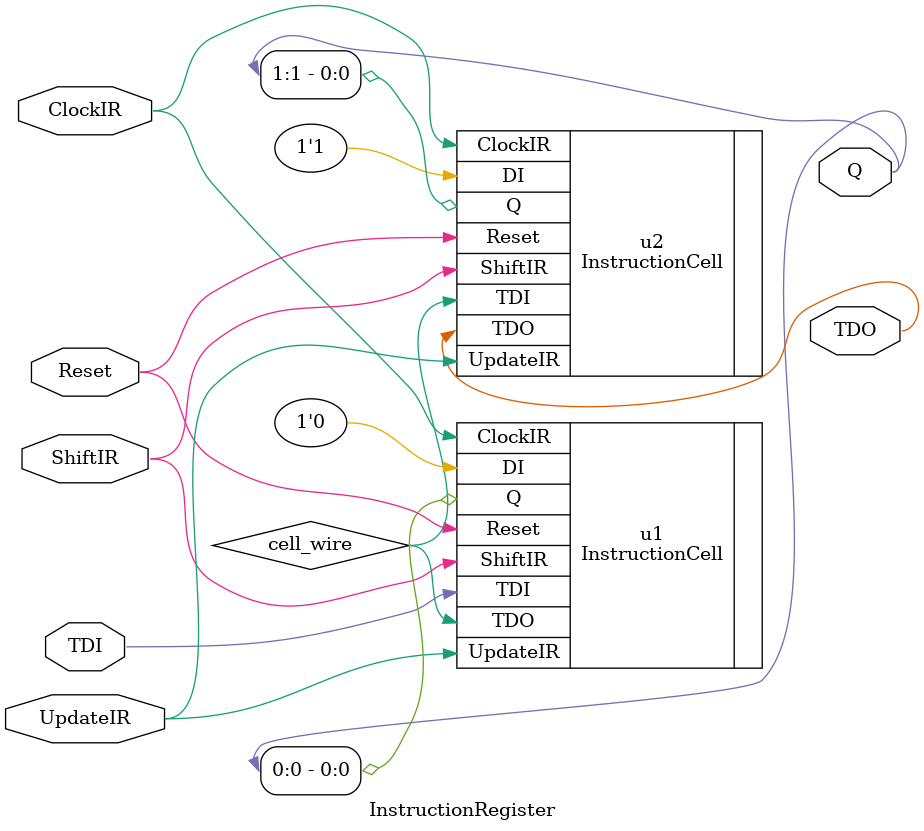
<source format=v>


module InstructionRegister(input TDI,
                           input ShiftIR,
                           input ClockIR,
                           input UpdateIR,
                           input Reset,
                           output TDO,
                           output[1:0] Q);
   wire cell_wire;
   InstructionCell u1(.DI(1'b0),
                      .TDI(TDI),
                      .ShiftIR(ShiftIR),
                      .ClockIR(ClockIR),
                      .UpdateIR(UpdateIR),
                      .Reset(Reset),
                      .TDO(cell_wire),
                      .Q(Q[0]));
   InstructionCell u2(.DI(1'b1),
                      .TDI(cell_wire),
                      .ShiftIR(ShiftIR),
                      .ClockIR(ClockIR),
                      .UpdateIR(UpdateIR),
                      .Reset(Reset),
                      .TDO(TDO),
                      .Q(Q[1]));
endmodule

</source>
